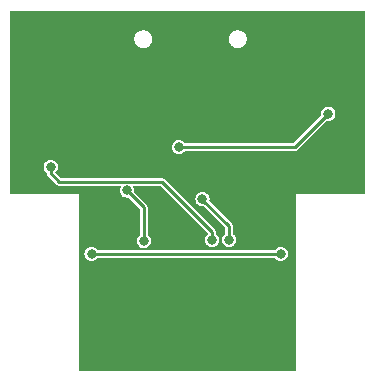
<source format=gbl>
G04 #@! TF.GenerationSoftware,KiCad,Pcbnew,8.0.3*
G04 #@! TF.CreationDate,2024-06-29T19:10:51-04:00*
G04 #@! TF.ProjectId,SDGeckoLED,53444765-636b-46f4-9c45-442e6b696361,rev?*
G04 #@! TF.SameCoordinates,Original*
G04 #@! TF.FileFunction,Copper,L2,Bot*
G04 #@! TF.FilePolarity,Positive*
%FSLAX46Y46*%
G04 Gerber Fmt 4.6, Leading zero omitted, Abs format (unit mm)*
G04 Created by KiCad (PCBNEW 8.0.3) date 2024-06-29 19:10:51*
%MOMM*%
%LPD*%
G01*
G04 APERTURE LIST*
G04 #@! TA.AperFunction,ViaPad*
%ADD10C,0.800000*%
G04 #@! TD*
G04 #@! TA.AperFunction,Conductor*
%ADD11C,0.250000*%
G04 #@! TD*
G04 APERTURE END LIST*
D10*
X119457300Y-102496000D03*
X133137262Y-108687971D03*
X127337262Y-108762800D03*
X125907800Y-104495600D03*
X125882400Y-108381800D03*
X118541800Y-93446600D03*
X144119600Y-93573600D03*
X125450600Y-96037400D03*
X137363200Y-105003600D03*
X144881600Y-99669600D03*
X128803400Y-108305600D03*
X132664200Y-90281000D03*
X117779800Y-102362000D03*
X128854200Y-105232200D03*
X134747000Y-96113600D03*
X126212600Y-102692200D03*
X117754400Y-99517200D03*
X124714000Y-90255600D03*
X128955800Y-90230200D03*
X127177800Y-99771200D03*
X135966200Y-90230200D03*
X144856200Y-103860600D03*
X131622800Y-108788200D03*
X123012200Y-106629200D03*
X138926581Y-109851280D03*
X122917794Y-109855376D03*
X134569331Y-108661200D03*
X132308600Y-105232200D03*
X142967697Y-97993200D03*
X130302800Y-100838000D03*
D11*
X128879600Y-103759000D02*
X133137262Y-108016662D01*
X119457300Y-103048900D02*
X120167400Y-103759000D01*
X119457300Y-102496000D02*
X119457300Y-103048900D01*
X120167400Y-103759000D02*
X128879600Y-103759000D01*
X133137262Y-108016662D02*
X133137262Y-108687971D01*
X127337262Y-105925062D02*
X127337262Y-108762800D01*
X125907800Y-104495600D02*
X127337262Y-105925062D01*
X138926581Y-109851280D02*
X138922485Y-109855376D01*
X138922485Y-109855376D02*
X122917794Y-109855376D01*
X132308600Y-105232200D02*
X132308600Y-105283000D01*
X134569331Y-107543731D02*
X134569331Y-108661200D01*
X132308600Y-105283000D02*
X134569331Y-107543731D01*
X130302800Y-100838000D02*
X140122897Y-100838000D01*
X140122897Y-100838000D02*
X142967697Y-97993200D01*
G04 #@! TA.AperFunction,Conductor*
G36*
X146035648Y-89288532D02*
G01*
X146050000Y-89323180D01*
X146050000Y-104726000D01*
X146035648Y-104760648D01*
X146001000Y-104775000D01*
X140251180Y-104775000D01*
X140251180Y-119765340D01*
X140236828Y-119799988D01*
X140202180Y-119814340D01*
X121900420Y-119814340D01*
X121865772Y-119799988D01*
X121851420Y-119765340D01*
X121851420Y-109855376D01*
X122312112Y-109855376D01*
X122332749Y-110012137D01*
X122393255Y-110158212D01*
X122393258Y-110158217D01*
X122489512Y-110283658D01*
X122614953Y-110379912D01*
X122614955Y-110379912D01*
X122614957Y-110379914D01*
X122751143Y-110436324D01*
X122761032Y-110440420D01*
X122917794Y-110461058D01*
X123074556Y-110440420D01*
X123220635Y-110379912D01*
X123346076Y-110283658D01*
X123410233Y-110200047D01*
X123442711Y-110181295D01*
X123449107Y-110180876D01*
X138398411Y-110180876D01*
X138433059Y-110195228D01*
X138437285Y-110200047D01*
X138498299Y-110279562D01*
X138623740Y-110375816D01*
X138623742Y-110375816D01*
X138623744Y-110375818D01*
X138633633Y-110379914D01*
X138769819Y-110436324D01*
X138926581Y-110456962D01*
X139083343Y-110436324D01*
X139229422Y-110375816D01*
X139354863Y-110279562D01*
X139451117Y-110154121D01*
X139511625Y-110008042D01*
X139532263Y-109851280D01*
X139511625Y-109694518D01*
X139451119Y-109548443D01*
X139451116Y-109548438D01*
X139436551Y-109529457D01*
X139354863Y-109422998D01*
X139229422Y-109326744D01*
X139229417Y-109326741D01*
X139083342Y-109266235D01*
X138926581Y-109245598D01*
X138769819Y-109266235D01*
X138623744Y-109326741D01*
X138623739Y-109326744D01*
X138498299Y-109422997D01*
X138498298Y-109422998D01*
X138430999Y-109510705D01*
X138398521Y-109529457D01*
X138392125Y-109529876D01*
X123449107Y-109529876D01*
X123414459Y-109515524D01*
X123410233Y-109510705D01*
X123346076Y-109427094D01*
X123346075Y-109427093D01*
X123220635Y-109330840D01*
X123220630Y-109330837D01*
X123074555Y-109270331D01*
X122917794Y-109249694D01*
X122761032Y-109270331D01*
X122614957Y-109330837D01*
X122614952Y-109330840D01*
X122489512Y-109427093D01*
X122489511Y-109427094D01*
X122393258Y-109552534D01*
X122393255Y-109552539D01*
X122332749Y-109698614D01*
X122312112Y-109855376D01*
X121851420Y-109855376D01*
X121851420Y-104775000D01*
X116099060Y-104775000D01*
X116064412Y-104760648D01*
X116050060Y-104726000D01*
X116050060Y-102496000D01*
X118851618Y-102496000D01*
X118872255Y-102652761D01*
X118932761Y-102798836D01*
X118932764Y-102798841D01*
X119029018Y-102924282D01*
X119112630Y-102988439D01*
X119131381Y-103020916D01*
X119131800Y-103027312D01*
X119131800Y-103091756D01*
X119153981Y-103174537D01*
X119153982Y-103174540D01*
X119196835Y-103248762D01*
X119967538Y-104019465D01*
X120041761Y-104062318D01*
X120107053Y-104079812D01*
X120124543Y-104084499D01*
X120124544Y-104084500D01*
X120124547Y-104084500D01*
X125366973Y-104084500D01*
X125401621Y-104098852D01*
X125415973Y-104133500D01*
X125405848Y-104163326D01*
X125383264Y-104192759D01*
X125383262Y-104192762D01*
X125383261Y-104192763D01*
X125322755Y-104338838D01*
X125302118Y-104495600D01*
X125322755Y-104652361D01*
X125383261Y-104798436D01*
X125383264Y-104798441D01*
X125479518Y-104923882D01*
X125604959Y-105020136D01*
X125604961Y-105020136D01*
X125604963Y-105020138D01*
X125738470Y-105075438D01*
X125751038Y-105080644D01*
X125907800Y-105101282D01*
X126012288Y-105087525D01*
X126048513Y-105097231D01*
X126053332Y-105101458D01*
X126997410Y-106045536D01*
X127011762Y-106080184D01*
X127011762Y-108231486D01*
X126997410Y-108266134D01*
X126992592Y-108270360D01*
X126908978Y-108334519D01*
X126812726Y-108459958D01*
X126812723Y-108459963D01*
X126752217Y-108606038D01*
X126731580Y-108762800D01*
X126752217Y-108919561D01*
X126812723Y-109065636D01*
X126812726Y-109065641D01*
X126908980Y-109191082D01*
X127034421Y-109287336D01*
X127034423Y-109287336D01*
X127034425Y-109287338D01*
X127139449Y-109330840D01*
X127180500Y-109347844D01*
X127337262Y-109368482D01*
X127494024Y-109347844D01*
X127640103Y-109287336D01*
X127765544Y-109191082D01*
X127861798Y-109065641D01*
X127922306Y-108919562D01*
X127942944Y-108762800D01*
X127922306Y-108606038D01*
X127861798Y-108459959D01*
X127765544Y-108334518D01*
X127681931Y-108270359D01*
X127663181Y-108237881D01*
X127662762Y-108231486D01*
X127662762Y-105971871D01*
X127662763Y-105971858D01*
X127662763Y-105882208D01*
X127640580Y-105799425D01*
X127640579Y-105799421D01*
X127615934Y-105756736D01*
X127615933Y-105756735D01*
X127597729Y-105725203D01*
X127597724Y-105725197D01*
X127535418Y-105662891D01*
X127535407Y-105662881D01*
X126513658Y-104641132D01*
X126499306Y-104606484D01*
X126499725Y-104600088D01*
X126513482Y-104495600D01*
X126492844Y-104338838D01*
X126432336Y-104192759D01*
X126409752Y-104163327D01*
X126400046Y-104127105D01*
X126418797Y-104094626D01*
X126448627Y-104084500D01*
X128724477Y-104084500D01*
X128759125Y-104098852D01*
X132788850Y-108128577D01*
X132803202Y-108163225D01*
X132788850Y-108197873D01*
X132784032Y-108202099D01*
X132708978Y-108259690D01*
X132612726Y-108385129D01*
X132612723Y-108385134D01*
X132552217Y-108531209D01*
X132531580Y-108687971D01*
X132552217Y-108844732D01*
X132612723Y-108990807D01*
X132612726Y-108990812D01*
X132708980Y-109116253D01*
X132834421Y-109212507D01*
X132834423Y-109212507D01*
X132834425Y-109212509D01*
X132915869Y-109246244D01*
X132980500Y-109273015D01*
X133137262Y-109293653D01*
X133294024Y-109273015D01*
X133440103Y-109212507D01*
X133565544Y-109116253D01*
X133661798Y-108990812D01*
X133722306Y-108844733D01*
X133742944Y-108687971D01*
X133722306Y-108531209D01*
X133661798Y-108385130D01*
X133573732Y-108270360D01*
X133565545Y-108259690D01*
X133530655Y-108232918D01*
X133481931Y-108195530D01*
X133463181Y-108163052D01*
X133462762Y-108156657D01*
X133462762Y-107973806D01*
X133462761Y-107973805D01*
X133440580Y-107891025D01*
X133440579Y-107891021D01*
X133397726Y-107816799D01*
X130813127Y-105232200D01*
X131702918Y-105232200D01*
X131723555Y-105388961D01*
X131784061Y-105535036D01*
X131784064Y-105535041D01*
X131880318Y-105660482D01*
X132005759Y-105756736D01*
X132005761Y-105756736D01*
X132005763Y-105756738D01*
X132108817Y-105799424D01*
X132151838Y-105817244D01*
X132308600Y-105837882D01*
X132368197Y-105830035D01*
X132404422Y-105839741D01*
X132409241Y-105843968D01*
X134229479Y-107664206D01*
X134243831Y-107698854D01*
X134243831Y-108129886D01*
X134229479Y-108164534D01*
X134224661Y-108168760D01*
X134141047Y-108232919D01*
X134044795Y-108358358D01*
X134044792Y-108358363D01*
X133984286Y-108504438D01*
X133963649Y-108661200D01*
X133984286Y-108817961D01*
X134044792Y-108964036D01*
X134044795Y-108964041D01*
X134141049Y-109089482D01*
X134266490Y-109185736D01*
X134266492Y-109185736D01*
X134266494Y-109185738D01*
X134411009Y-109245598D01*
X134412569Y-109246244D01*
X134569331Y-109266882D01*
X134726093Y-109246244D01*
X134872172Y-109185736D01*
X134997613Y-109089482D01*
X135093867Y-108964041D01*
X135154375Y-108817962D01*
X135175013Y-108661200D01*
X135154375Y-108504438D01*
X135093867Y-108358359D01*
X135026343Y-108270360D01*
X134997614Y-108232919D01*
X134995746Y-108231486D01*
X134914000Y-108168759D01*
X134895250Y-108136281D01*
X134894831Y-108129886D01*
X134894831Y-107500875D01*
X134894830Y-107500874D01*
X134872649Y-107418094D01*
X134872648Y-107418090D01*
X134829795Y-107343868D01*
X132908548Y-105422621D01*
X132894196Y-105387973D01*
X132894613Y-105381595D01*
X132914282Y-105232200D01*
X132893644Y-105075438D01*
X132833136Y-104929359D01*
X132736882Y-104803918D01*
X132729744Y-104798441D01*
X132611441Y-104707664D01*
X132611436Y-104707661D01*
X132465361Y-104647155D01*
X132308600Y-104626518D01*
X132151838Y-104647155D01*
X132005763Y-104707661D01*
X132005758Y-104707664D01*
X131880318Y-104803917D01*
X131880317Y-104803918D01*
X131784064Y-104929358D01*
X131784061Y-104929363D01*
X131723555Y-105075438D01*
X131702918Y-105232200D01*
X130813127Y-105232200D01*
X129079462Y-103498535D01*
X129005240Y-103455682D01*
X129005237Y-103455681D01*
X128922456Y-103433500D01*
X128922453Y-103433500D01*
X120322523Y-103433500D01*
X120287875Y-103419148D01*
X119872710Y-103003983D01*
X119858358Y-102969335D01*
X119872710Y-102934687D01*
X119877524Y-102930464D01*
X119885582Y-102924282D01*
X119981836Y-102798841D01*
X120042344Y-102652762D01*
X120062982Y-102496000D01*
X120042344Y-102339238D01*
X119981836Y-102193159D01*
X119885582Y-102067718D01*
X119760141Y-101971464D01*
X119760136Y-101971461D01*
X119614061Y-101910955D01*
X119457300Y-101890318D01*
X119300538Y-101910955D01*
X119154463Y-101971461D01*
X119154458Y-101971464D01*
X119029018Y-102067717D01*
X119029017Y-102067718D01*
X118932764Y-102193158D01*
X118932761Y-102193163D01*
X118872255Y-102339238D01*
X118851618Y-102496000D01*
X116050060Y-102496000D01*
X116050060Y-100838000D01*
X129697118Y-100838000D01*
X129717755Y-100994761D01*
X129778261Y-101140836D01*
X129778264Y-101140841D01*
X129874518Y-101266282D01*
X129999959Y-101362536D01*
X129999961Y-101362536D01*
X129999963Y-101362538D01*
X130146038Y-101423044D01*
X130302800Y-101443682D01*
X130459562Y-101423044D01*
X130605641Y-101362536D01*
X130731082Y-101266282D01*
X130795239Y-101182671D01*
X130827717Y-101163919D01*
X130834113Y-101163500D01*
X140165753Y-101163500D01*
X140165753Y-101163499D01*
X140248536Y-101141318D01*
X140322759Y-101098465D01*
X142822164Y-98599057D01*
X142856811Y-98584706D01*
X142863206Y-98585124D01*
X142967697Y-98598882D01*
X143124459Y-98578244D01*
X143270538Y-98517736D01*
X143395979Y-98421482D01*
X143492233Y-98296041D01*
X143552741Y-98149962D01*
X143573379Y-97993200D01*
X143552741Y-97836438D01*
X143492233Y-97690359D01*
X143395979Y-97564918D01*
X143270538Y-97468664D01*
X143270533Y-97468661D01*
X143124458Y-97408155D01*
X142967697Y-97387518D01*
X142810935Y-97408155D01*
X142664860Y-97468661D01*
X142664855Y-97468664D01*
X142539415Y-97564917D01*
X142539414Y-97564918D01*
X142443161Y-97690358D01*
X142443158Y-97690363D01*
X142382652Y-97836438D01*
X142362015Y-97993199D01*
X142375771Y-98097687D01*
X142366064Y-98133912D01*
X142361838Y-98138731D01*
X140002422Y-100498148D01*
X139967774Y-100512500D01*
X130834113Y-100512500D01*
X130799465Y-100498148D01*
X130795239Y-100493329D01*
X130731082Y-100409718D01*
X130731081Y-100409717D01*
X130605641Y-100313464D01*
X130605636Y-100313461D01*
X130459561Y-100252955D01*
X130302800Y-100232318D01*
X130146038Y-100252955D01*
X129999963Y-100313461D01*
X129999958Y-100313464D01*
X129874518Y-100409717D01*
X129874517Y-100409718D01*
X129778264Y-100535158D01*
X129778261Y-100535163D01*
X129717755Y-100681238D01*
X129697118Y-100838000D01*
X116050060Y-100838000D01*
X116050060Y-91602278D01*
X126552300Y-91602278D01*
X126552300Y-91750121D01*
X126581140Y-91895106D01*
X126581142Y-91895115D01*
X126637714Y-92031691D01*
X126637716Y-92031695D01*
X126719849Y-92154616D01*
X126824384Y-92259151D01*
X126947305Y-92341284D01*
X127015596Y-92369571D01*
X127083884Y-92397857D01*
X127083885Y-92397857D01*
X127083887Y-92397858D01*
X127228882Y-92426700D01*
X127376718Y-92426700D01*
X127521713Y-92397858D01*
X127658295Y-92341284D01*
X127781216Y-92259151D01*
X127885751Y-92154616D01*
X127967884Y-92031695D01*
X128024458Y-91895113D01*
X128053300Y-91750118D01*
X128053300Y-91602282D01*
X128053299Y-91602278D01*
X134552300Y-91602278D01*
X134552300Y-91750121D01*
X134581140Y-91895106D01*
X134581142Y-91895115D01*
X134637714Y-92031691D01*
X134637716Y-92031695D01*
X134719849Y-92154616D01*
X134824384Y-92259151D01*
X134947305Y-92341284D01*
X135015596Y-92369571D01*
X135083884Y-92397857D01*
X135083885Y-92397857D01*
X135083887Y-92397858D01*
X135228882Y-92426700D01*
X135376718Y-92426700D01*
X135521713Y-92397858D01*
X135658295Y-92341284D01*
X135781216Y-92259151D01*
X135885751Y-92154616D01*
X135967884Y-92031695D01*
X136024458Y-91895113D01*
X136053300Y-91750118D01*
X136053300Y-91602282D01*
X136024458Y-91457287D01*
X135967884Y-91320705D01*
X135885751Y-91197784D01*
X135781216Y-91093249D01*
X135658295Y-91011116D01*
X135658292Y-91011114D01*
X135658291Y-91011114D01*
X135521715Y-90954542D01*
X135521706Y-90954540D01*
X135376721Y-90925700D01*
X135376718Y-90925700D01*
X135228882Y-90925700D01*
X135228878Y-90925700D01*
X135083893Y-90954540D01*
X135083884Y-90954542D01*
X134947308Y-91011114D01*
X134824384Y-91093248D01*
X134719848Y-91197784D01*
X134637714Y-91320708D01*
X134581142Y-91457284D01*
X134581140Y-91457293D01*
X134552300Y-91602278D01*
X128053299Y-91602278D01*
X128024458Y-91457287D01*
X127967884Y-91320705D01*
X127885751Y-91197784D01*
X127781216Y-91093249D01*
X127658295Y-91011116D01*
X127658292Y-91011114D01*
X127658291Y-91011114D01*
X127521715Y-90954542D01*
X127521706Y-90954540D01*
X127376721Y-90925700D01*
X127376718Y-90925700D01*
X127228882Y-90925700D01*
X127228878Y-90925700D01*
X127083893Y-90954540D01*
X127083884Y-90954542D01*
X126947308Y-91011114D01*
X126824384Y-91093248D01*
X126719848Y-91197784D01*
X126637714Y-91320708D01*
X126581142Y-91457284D01*
X126581140Y-91457293D01*
X126552300Y-91602278D01*
X116050060Y-91602278D01*
X116050060Y-89323180D01*
X116064412Y-89288532D01*
X116099060Y-89274180D01*
X146001000Y-89274180D01*
X146035648Y-89288532D01*
G37*
G04 #@! TD.AperFunction*
M02*

</source>
